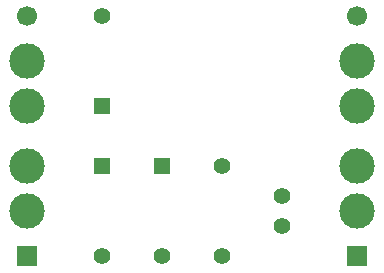
<source format=gts>
G04 (created by PCBNEW (2013-jul-07)-stable) date Sun 08 Feb 2015 22:31:34 GMT*
%MOIN*%
G04 Gerber Fmt 3.4, Leading zero omitted, Abs format*
%FSLAX34Y34*%
G01*
G70*
G90*
G04 APERTURE LIST*
%ADD10C,0.00590551*%
%ADD11C,0.055*%
%ADD12C,0.0669291*%
%ADD13R,0.0669291X0.0669291*%
%ADD14C,0.11811*%
%ADD15R,0.055X0.055*%
G04 APERTURE END LIST*
G54D10*
G54D11*
X83000Y-58000D03*
X83000Y-61000D03*
G54D12*
X76500Y-53000D03*
G54D13*
X76500Y-61000D03*
G54D14*
X76500Y-59500D03*
X76500Y-58000D03*
X76500Y-56000D03*
X76500Y-54500D03*
G54D12*
X87500Y-53000D03*
G54D13*
X87500Y-61000D03*
G54D14*
X87500Y-59500D03*
X87500Y-58000D03*
X87500Y-56000D03*
X87500Y-54500D03*
G54D15*
X81000Y-58000D03*
G54D11*
X81000Y-61000D03*
G54D15*
X79000Y-58000D03*
G54D11*
X79000Y-61000D03*
G54D15*
X79000Y-56000D03*
G54D11*
X79000Y-53000D03*
X85000Y-59000D03*
X85000Y-60000D03*
M02*

</source>
